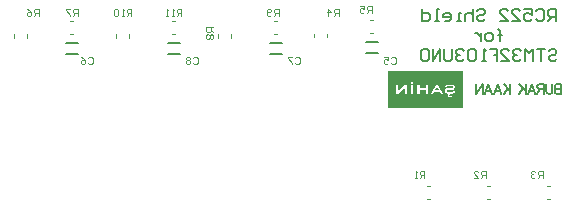
<source format=gbo>
G04*
G04 #@! TF.GenerationSoftware,Altium Limited,Altium Designer,21.6.1 (37)*
G04*
G04 Layer_Color=16777215*
%FSLAX44Y44*%
%MOMM*%
G71*
G04*
G04 #@! TF.SameCoordinates,45D27BC1-988F-4E8A-9F01-A3EFFFD16F67*
G04*
G04*
G04 #@! TF.FilePolarity,Positive*
G04*
G01*
G75*
%ADD10C,0.1270*%
%ADD13C,0.2000*%
%ADD14C,0.1000*%
G36*
X491490Y201888D02*
Y186930D01*
Y178059D01*
X427990D01*
Y186930D01*
Y201888D01*
Y209280D01*
X491490D01*
Y201888D01*
D02*
G37*
%LPC*%
G36*
X448978Y200410D02*
X447480D01*
Y198732D01*
X448978D01*
Y200410D01*
D02*
G37*
G36*
X461695Y197650D02*
X459976D01*
Y194793D01*
X454609D01*
Y197650D01*
X452875D01*
Y190258D01*
X454609D01*
Y193448D01*
X459976D01*
Y190258D01*
X461695D01*
Y197650D01*
D02*
G37*
G36*
X443625D02*
X442460D01*
X437259Y193281D01*
X437245Y193267D01*
X437218Y193240D01*
X437162Y193212D01*
X437107Y193157D01*
X436954Y193018D01*
X436802Y192879D01*
X436788Y192865D01*
X436760Y192852D01*
X436732Y192810D01*
X436677Y192754D01*
X436552Y192630D01*
X436413Y192477D01*
Y192491D01*
Y192505D01*
Y192574D01*
X436427Y192685D01*
X436441Y192824D01*
X436455Y193115D01*
X436469Y193254D01*
Y193365D01*
Y193379D01*
Y193406D01*
Y193462D01*
Y193517D01*
X436483Y193642D01*
Y193767D01*
Y197650D01*
X434943D01*
Y190258D01*
X436122D01*
X441545Y194821D01*
X441558Y194835D01*
X441572Y194848D01*
X441656Y194918D01*
X441767Y195015D01*
X441891Y195126D01*
Y195140D01*
X441919Y195154D01*
X441975Y195223D01*
X442072Y195320D01*
X442169Y195417D01*
Y195403D01*
X442155Y195362D01*
Y195292D01*
X442141Y195209D01*
Y195112D01*
X442127Y195001D01*
X442113Y194765D01*
Y194751D01*
Y194710D01*
X442099Y194654D01*
Y194585D01*
X442085Y194419D01*
Y194238D01*
Y190258D01*
X443625D01*
Y197650D01*
D02*
G37*
G36*
X469961D02*
X468311D01*
X464067Y190258D01*
X466008D01*
X466896Y191881D01*
X471570D01*
X472430Y190258D01*
X474135D01*
X469961Y197650D01*
D02*
G37*
G36*
X449103D02*
X447383D01*
Y190258D01*
X449103D01*
Y197650D01*
D02*
G37*
G36*
X482609D02*
X478046D01*
X477963Y197636D01*
X477866D01*
X477644Y197608D01*
X477408Y197567D01*
X477173Y197497D01*
X476951Y197414D01*
X476867Y197359D01*
X476784Y197289D01*
X476770Y197276D01*
X476715Y197220D01*
X476659Y197123D01*
X476576Y196998D01*
X476507Y196818D01*
X476438Y196610D01*
X476396Y196346D01*
X476382Y196027D01*
Y195875D01*
X477894Y195528D01*
Y196360D01*
X482734D01*
Y194765D01*
X477949D01*
X477866Y194751D01*
X477769D01*
X477547Y194724D01*
X477297Y194668D01*
X477062Y194613D01*
X476840Y194516D01*
X476757Y194460D01*
X476673Y194391D01*
X476659Y194377D01*
X476618Y194321D01*
X476549Y194224D01*
X476479Y194086D01*
X476410Y193892D01*
X476340Y193656D01*
X476327Y193517D01*
X476299Y193365D01*
X476285Y193198D01*
Y191839D01*
X476299Y191756D01*
Y191673D01*
X476327Y191451D01*
X476382Y191229D01*
X476451Y190993D01*
X476549Y190785D01*
X476604Y190702D01*
X476673Y190619D01*
X476687Y190605D01*
X476743Y190563D01*
X476854Y190508D01*
X476992Y190438D01*
X477186Y190369D01*
X477311Y190341D01*
X477450Y190314D01*
X477589Y190286D01*
X477755Y190272D01*
X477935Y190258D01*
X480071D01*
Y189606D01*
X479821D01*
X479669Y189592D01*
X479489Y189565D01*
X479294Y189523D01*
X479086Y189468D01*
X478892Y189398D01*
X478726Y189287D01*
X478712Y189273D01*
X478657Y189232D01*
X478587Y189149D01*
X478518Y189038D01*
X478435Y188885D01*
X478379Y188719D01*
X478324Y188511D01*
X478310Y188261D01*
Y188233D01*
Y188150D01*
X478338Y188039D01*
X478365Y187901D01*
X478421Y187734D01*
X478504Y187582D01*
X478615Y187415D01*
X478767Y187276D01*
X478795Y187262D01*
X478851Y187221D01*
X478962Y187165D01*
X479100Y187110D01*
X479281Y187041D01*
X479502Y186985D01*
X479766Y186943D01*
X480057Y186930D01*
X480210D01*
X480307Y186943D01*
X480446D01*
X480584Y186971D01*
X480751Y186985D01*
X480931Y187013D01*
X480959D01*
X481014Y187027D01*
X481111Y187041D01*
X481236Y187068D01*
X481389Y187110D01*
X481569Y187138D01*
X481763Y187179D01*
X481957Y187235D01*
Y188067D01*
X481929D01*
X481860Y188039D01*
X481749Y188011D01*
X481610Y187984D01*
X481458Y187942D01*
X481292Y187914D01*
X480945Y187845D01*
X480931D01*
X480862Y187831D01*
X480778Y187817D01*
X480681Y187803D01*
X480556Y187789D01*
X480432Y187776D01*
X480307Y187762D01*
X480126D01*
X480057Y187776D01*
X479974D01*
X479780Y187817D01*
X479697Y187859D01*
X479613Y187901D01*
X479599D01*
X479586Y187928D01*
X479516Y187997D01*
X479447Y188122D01*
X479433Y188206D01*
X479419Y188289D01*
Y188303D01*
Y188330D01*
X479433Y188386D01*
X479447Y188455D01*
X479475Y188524D01*
X479516Y188594D01*
X479572Y188663D01*
X479655Y188719D01*
X479669D01*
X479697Y188733D01*
X479752Y188760D01*
X479835Y188788D01*
X479946Y188802D01*
X480071Y188830D01*
X480238Y188843D01*
X480612D01*
X480653Y188830D01*
X480695D01*
Y190258D01*
X482873D01*
X482956Y190272D01*
X483053D01*
X483288Y190300D01*
X483538Y190341D01*
X483774Y190411D01*
X483996Y190494D01*
X484079Y190549D01*
X484162Y190619D01*
X484176Y190632D01*
X484218Y190688D01*
X484287Y190785D01*
X484342Y190938D01*
X484412Y191118D01*
X484481Y191368D01*
X484495Y191506D01*
X484523Y191659D01*
X484537Y191825D01*
Y192200D01*
X483025Y192533D01*
Y191645D01*
X477797D01*
Y193337D01*
X482581D01*
X482678Y193351D01*
X482775D01*
X482997Y193379D01*
X483233Y193420D01*
X483469Y193489D01*
X483691Y193573D01*
X483774Y193628D01*
X483857Y193697D01*
X483871Y193711D01*
X483913Y193767D01*
X483982Y193864D01*
X484037Y194016D01*
X484107Y194197D01*
X484176Y194446D01*
X484190Y194585D01*
X484218Y194738D01*
X484232Y194904D01*
Y195084D01*
Y195903D01*
Y195916D01*
Y195944D01*
Y196000D01*
Y196069D01*
X484218Y196152D01*
Y196235D01*
X484190Y196443D01*
X484134Y196679D01*
X484079Y196901D01*
X483982Y197109D01*
X483927Y197192D01*
X483857Y197276D01*
X483843Y197289D01*
X483788Y197331D01*
X483677Y197400D01*
X483538Y197470D01*
X483344Y197525D01*
X483219Y197567D01*
X483094Y197595D01*
X482942Y197622D01*
X482789Y197636D01*
X482609Y197650D01*
D02*
G37*
%LPD*%
G36*
X470835Y193212D02*
X467603D01*
X469198Y196208D01*
X470835Y193212D01*
D02*
G37*
D10*
X155020Y223800D02*
X165020D01*
X155020Y233400D02*
X165020D01*
X241380Y223800D02*
X251380D01*
X241380Y233400D02*
X251380D01*
X409020Y224308D02*
X419020D01*
X409020Y233908D02*
X419020D01*
X327740Y223800D02*
X337740D01*
X327740Y233400D02*
X337740D01*
D13*
X574244Y197958D02*
Y189960D01*
Y197958D02*
X570816D01*
X569673Y197577D01*
X569292Y197197D01*
X568912Y196435D01*
Y195673D01*
X569292Y194911D01*
X569673Y194530D01*
X570816Y194150D01*
X574244D02*
X570816D01*
X569673Y193769D01*
X569292Y193388D01*
X568912Y192626D01*
Y191483D01*
X569292Y190722D01*
X569673Y190341D01*
X570816Y189960D01*
X574244D01*
X567122Y197958D02*
Y192245D01*
X566741Y191103D01*
X565979Y190341D01*
X564836Y189960D01*
X564075D01*
X562932Y190341D01*
X562170Y191103D01*
X561789Y192245D01*
Y197958D01*
X559580D02*
Y189960D01*
Y197958D02*
X556152D01*
X555010Y197577D01*
X554629Y197197D01*
X554248Y196435D01*
Y195673D01*
X554629Y194911D01*
X555010Y194530D01*
X556152Y194150D01*
X559580D01*
X556914D02*
X554248Y189960D01*
X546364D02*
X549411Y197958D01*
X552458Y189960D01*
X551315Y192626D02*
X547507D01*
X544498Y197958D02*
Y189960D01*
X539165Y197958D02*
X544498Y192626D01*
X542593Y194530D02*
X539165Y189960D01*
X531091Y197958D02*
Y189960D01*
X525759Y197958D02*
X531091Y192626D01*
X529187Y194530D02*
X525759Y189960D01*
X517875D02*
X520922Y197958D01*
X523969Y189960D01*
X522826Y192626D02*
X519017D01*
X509915Y189960D02*
X512962Y197958D01*
X516009Y189960D01*
X514866Y192626D02*
X511057D01*
X508048Y197958D02*
Y189960D01*
Y197958D02*
X502716Y189960D01*
Y197958D02*
Y189960D01*
X569728Y251492D02*
Y261489D01*
X564730D01*
X563064Y259823D01*
Y256491D01*
X564730Y254825D01*
X569728D01*
X566396D02*
X563064Y251492D01*
X553067Y259823D02*
X554733Y261489D01*
X558065D01*
X559732Y259823D01*
Y253158D01*
X558065Y251492D01*
X554733D01*
X553067Y253158D01*
X543070Y261489D02*
X549735D01*
Y256491D01*
X546403Y258157D01*
X544737D01*
X543070Y256491D01*
Y253158D01*
X544737Y251492D01*
X548069D01*
X549735Y253158D01*
X533074Y251492D02*
X539738D01*
X533074Y258157D01*
Y259823D01*
X534740Y261489D01*
X538072D01*
X539738Y259823D01*
X523077Y251492D02*
X529741D01*
X523077Y258157D01*
Y259823D01*
X524743Y261489D01*
X528075D01*
X529741Y259823D01*
X503083D02*
X504749Y261489D01*
X508082D01*
X509748Y259823D01*
Y258157D01*
X508082Y256491D01*
X504749D01*
X503083Y254825D01*
Y253158D01*
X504749Y251492D01*
X508082D01*
X509748Y253158D01*
X499751Y261489D02*
Y251492D01*
Y256491D01*
X498085Y258157D01*
X494753D01*
X493086Y256491D01*
Y251492D01*
X489754D02*
X486422D01*
X488088D01*
Y258157D01*
X489754D01*
X476425Y251492D02*
X479757D01*
X481423Y253158D01*
Y256491D01*
X479757Y258157D01*
X476425D01*
X474759Y256491D01*
Y254825D01*
X481423D01*
X471427Y251492D02*
X468094D01*
X469761D01*
Y261489D01*
X471427D01*
X456432D02*
Y251492D01*
X461430D01*
X463096Y253158D01*
Y256491D01*
X461430Y258157D01*
X456432D01*
X523077Y234696D02*
Y243027D01*
Y239694D01*
X524743D01*
X521411D01*
X523077D01*
Y243027D01*
X521411Y244693D01*
X514746Y234696D02*
X511414D01*
X509748Y236362D01*
Y239694D01*
X511414Y241361D01*
X514746D01*
X516412Y239694D01*
Y236362D01*
X514746Y234696D01*
X506415Y241361D02*
Y234696D01*
Y238028D01*
X504749Y239694D01*
X503083Y241361D01*
X501417D01*
X563897Y226231D02*
X565563Y227897D01*
X568895D01*
X570561Y226231D01*
Y224564D01*
X568895Y222898D01*
X565563D01*
X563897Y221232D01*
Y219566D01*
X565563Y217900D01*
X568895D01*
X570561Y219566D01*
X560565Y227897D02*
X553900D01*
X557232D01*
Y217900D01*
X550568D02*
Y227897D01*
X547236Y224564D01*
X543903Y227897D01*
Y217900D01*
X540571Y226231D02*
X538905Y227897D01*
X535573D01*
X533907Y226231D01*
Y224564D01*
X535573Y222898D01*
X537239D01*
X535573D01*
X533907Y221232D01*
Y219566D01*
X535573Y217900D01*
X538905D01*
X540571Y219566D01*
X523910Y217900D02*
X530574D01*
X523910Y224564D01*
Y226231D01*
X525576Y227897D01*
X528908D01*
X530574Y226231D01*
X513913Y227897D02*
X520578D01*
Y222898D01*
X517245D01*
X520578D01*
Y217900D01*
X510581D02*
X507248D01*
X508915D01*
Y227897D01*
X510581Y226231D01*
X502250D02*
X500584Y227897D01*
X497252D01*
X495586Y226231D01*
Y219566D01*
X497252Y217900D01*
X500584D01*
X502250Y219566D01*
Y226231D01*
X492253D02*
X490587Y227897D01*
X487255D01*
X485589Y226231D01*
Y224564D01*
X487255Y222898D01*
X488921D01*
X487255D01*
X485589Y221232D01*
Y219566D01*
X487255Y217900D01*
X490587D01*
X492253Y219566D01*
X482257Y227897D02*
Y219566D01*
X480591Y217900D01*
X477258D01*
X475592Y219566D01*
Y227897D01*
X472260Y217900D02*
Y227897D01*
X465595Y217900D01*
Y227897D01*
X457265D02*
X460597D01*
X462263Y226231D01*
Y219566D01*
X460597Y217900D01*
X457265D01*
X455598Y219566D01*
Y226231D01*
X457265Y227897D01*
D14*
X412496Y241554D02*
X415544D01*
X412496Y252222D02*
X415544D01*
X562356Y112014D02*
X565404D01*
X562356Y101346D02*
X565404D01*
X511556Y112014D02*
X514604D01*
X511556Y101346D02*
X514604D01*
X460756Y112014D02*
X463804D01*
X460756Y101346D02*
X463804D01*
X376174Y237744D02*
Y240792D01*
X365506Y237744D02*
Y240792D01*
X331216Y241046D02*
X334264D01*
X331216Y251714D02*
X334264D01*
X294894Y237236D02*
Y240284D01*
X284226Y237236D02*
Y240284D01*
X244856Y241046D02*
X247904D01*
X244856Y251714D02*
X247904D01*
X208534Y237236D02*
Y240284D01*
X197866Y237236D02*
Y240284D01*
X158496Y241046D02*
X161544D01*
X158496Y251714D02*
X161544D01*
X122174Y237236D02*
Y240284D01*
X111506Y237236D02*
Y240284D01*
X262620Y220439D02*
X263619Y221439D01*
X265619D01*
X266618Y220439D01*
Y216441D01*
X265619Y215441D01*
X263619D01*
X262620Y216441D01*
X260620Y220439D02*
X259621Y221439D01*
X257621D01*
X256622Y220439D01*
Y219440D01*
X257621Y218440D01*
X256622Y217440D01*
Y216441D01*
X257621Y215441D01*
X259621D01*
X260620Y216441D01*
Y217440D01*
X259621Y218440D01*
X260620Y219440D01*
Y220439D01*
X259621Y218440D02*
X257621D01*
X348980Y220439D02*
X349979Y221439D01*
X351979D01*
X352978Y220439D01*
Y216441D01*
X351979Y215441D01*
X349979D01*
X348980Y216441D01*
X346980Y221439D02*
X342982D01*
Y220439D01*
X346980Y216441D01*
Y215441D01*
X173720Y220439D02*
X174719Y221439D01*
X176719D01*
X177718Y220439D01*
Y216441D01*
X176719Y215441D01*
X174719D01*
X173720Y216441D01*
X167722Y221439D02*
X169721Y220439D01*
X171720Y218440D01*
Y216441D01*
X170721Y215441D01*
X168721D01*
X167722Y216441D01*
Y217440D01*
X168721Y218440D01*
X171720D01*
X430260Y220439D02*
X431259Y221439D01*
X433259D01*
X434258Y220439D01*
Y216441D01*
X433259Y215441D01*
X431259D01*
X430260Y216441D01*
X424262Y221439D02*
X428260D01*
Y218440D01*
X426261Y219440D01*
X425261D01*
X424262Y218440D01*
Y216441D01*
X425261Y215441D01*
X427261D01*
X428260Y216441D01*
X252878Y256081D02*
Y262079D01*
X249879D01*
X248879Y261079D01*
Y259080D01*
X249879Y258080D01*
X252878D01*
X250879D02*
X248879Y256081D01*
X246880D02*
X244881D01*
X245880D01*
Y262079D01*
X246880Y261079D01*
X241882Y256081D02*
X239882D01*
X240882D01*
Y262079D01*
X241882Y261079D01*
X210697Y256081D02*
Y262079D01*
X207698D01*
X206699Y261079D01*
Y259080D01*
X207698Y258080D01*
X210697D01*
X208698D02*
X206699Y256081D01*
X204699D02*
X202700D01*
X203700D01*
Y262079D01*
X204699Y261079D01*
X199701D02*
X198701Y262079D01*
X196702D01*
X195702Y261079D01*
Y257081D01*
X196702Y256081D01*
X198701D01*
X199701Y257081D01*
Y261079D01*
X335198Y256081D02*
Y262079D01*
X332199D01*
X331200Y261079D01*
Y259080D01*
X332199Y258080D01*
X335198D01*
X333199D02*
X331200Y256081D01*
X329200Y257081D02*
X328201Y256081D01*
X326201D01*
X325202Y257081D01*
Y261079D01*
X326201Y262079D01*
X328201D01*
X329200Y261079D01*
Y260080D01*
X328201Y259080D01*
X325202D01*
X279859Y246298D02*
X273861D01*
Y243299D01*
X274861Y242300D01*
X276860D01*
X277860Y243299D01*
Y246298D01*
Y244299D02*
X279859Y242300D01*
X274861Y240300D02*
X273861Y239301D01*
Y237301D01*
X274861Y236302D01*
X275860D01*
X276860Y237301D01*
X277860Y236302D01*
X278859D01*
X279859Y237301D01*
Y239301D01*
X278859Y240300D01*
X277860D01*
X276860Y239301D01*
X275860Y240300D01*
X274861D01*
X276860Y239301D02*
Y237301D01*
X165018Y256081D02*
Y262079D01*
X162019D01*
X161020Y261079D01*
Y259080D01*
X162019Y258080D01*
X165018D01*
X163019D02*
X161020Y256081D01*
X159020Y262079D02*
X155022D01*
Y261079D01*
X159020Y257081D01*
Y256081D01*
X131998D02*
Y262079D01*
X128999D01*
X128000Y261079D01*
Y259080D01*
X128999Y258080D01*
X131998D01*
X129999D02*
X128000Y256081D01*
X122002Y262079D02*
X124001Y261079D01*
X126000Y259080D01*
Y257081D01*
X125001Y256081D01*
X123001D01*
X122002Y257081D01*
Y258080D01*
X123001Y259080D01*
X126000D01*
X413938Y258621D02*
Y264619D01*
X410939D01*
X409940Y263619D01*
Y261620D01*
X410939Y260620D01*
X413938D01*
X411939D02*
X409940Y258621D01*
X403942Y264619D02*
X407940D01*
Y261620D01*
X405941Y262620D01*
X404941D01*
X403942Y261620D01*
Y259621D01*
X404941Y258621D01*
X406941D01*
X407940Y259621D01*
X385998Y256081D02*
Y262079D01*
X382999D01*
X382000Y261079D01*
Y259080D01*
X382999Y258080D01*
X385998D01*
X383999D02*
X382000Y256081D01*
X377001D02*
Y262079D01*
X380000Y259080D01*
X376002D01*
X558718Y118921D02*
Y124919D01*
X555719D01*
X554720Y123919D01*
Y121920D01*
X555719Y120920D01*
X558718D01*
X556719D02*
X554720Y118921D01*
X552720Y123919D02*
X551721Y124919D01*
X549721D01*
X548722Y123919D01*
Y122920D01*
X549721Y121920D01*
X550721D01*
X549721D01*
X548722Y120920D01*
Y119921D01*
X549721Y118921D01*
X551721D01*
X552720Y119921D01*
X510458Y118921D02*
Y124919D01*
X507459D01*
X506460Y123919D01*
Y121920D01*
X507459Y120920D01*
X510458D01*
X508459D02*
X506460Y118921D01*
X500462D02*
X504460D01*
X500462Y122920D01*
Y123919D01*
X501461Y124919D01*
X503461D01*
X504460Y123919D01*
X458659Y118921D02*
Y124919D01*
X455660D01*
X454660Y123919D01*
Y121920D01*
X455660Y120920D01*
X458659D01*
X456659D02*
X454660Y118921D01*
X452661D02*
X450661D01*
X451661D01*
Y124919D01*
X452661Y123919D01*
M02*

</source>
